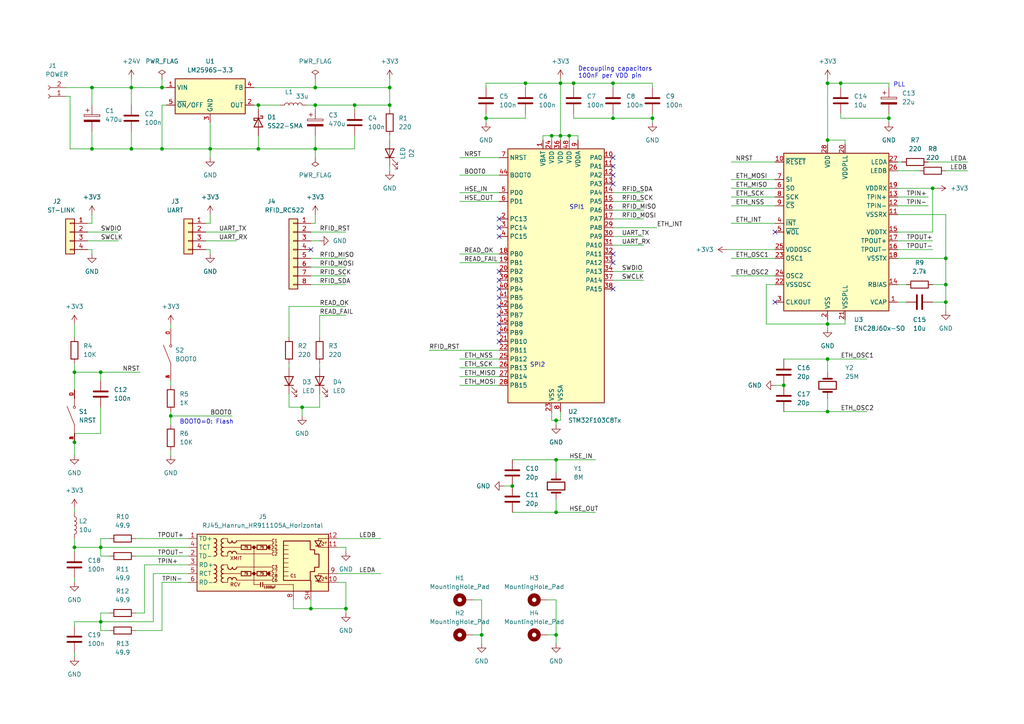
<source format=kicad_sch>
(kicad_sch (version 20230121) (generator eeschema)
  (paper "A4")
  (title_block (title "Ethernet RFID Reader ") (date "2024-11-08") (rev "1.0"))
  (lib_symbols
    (symbol "Connector:Conn_01x02_Socket" (pin_names (offset 1.016) hide)
      (property "Reference" "J" (at 0 2.54 0))
      (property "Value" "Conn_01x02_Socket" (at 0 -5.08 0))
      (symbol "Conn_01x02_Socket_1_1"
        (pin passive line (at -5.08 0 0) (length 3.81) (name "Pin_1") (number "1"))
        (pin passive line (at -5.08 -2.54 0) (length 3.81) (name "Pin_2") (number "2"))
      )
    )
    (symbol "Connector:RJ45_Hanrun_HR911105A_Horizontal"
      (property "Reference" "J" (at 18.415 10.16 0))
      (property "Value" "RJ45_Hanrun_HR911105A_Horizontal" (at -19.05 10.16 0))
      (symbol "RJ45_Hanrun_HR911105A_Horizontal_0_0"
        (text "C1" (at 4.699 6.985 0) (effects (font (size 0.889 0.889))))
        (text "C1" (at 10.16 -3.175 0) (effects (font (size 0.889 0.889))))
        (text "C2" (at 4.699 3.175 0) (effects (font (size 0.889 0.889))))
        (text "C3" (at 4.699 -0.635 0) (effects (font (size 0.889 0.889))))
        (text "C4" (at 4.699 5.715 0) (effects (font (size 0.889 0.889))))
        (text "C5" (at 4.699 4.445 0) (effects (font (size 0.889 0.889))))
        (text "C6" (at 4.699 -4.445 0) (effects (font (size 0.889 0.889))))
        (text "C7" (at 4.699 -1.905 0) (effects (font (size 0.889 0.889))))
        (text "C8" (at 4.699 -3.175 0) (effects (font (size 0.889 0.889))))
        (text "RCV" (at -8.255 -5.715 0) (effects (font (size 1.016 1.016)) (justify left)))
        (text "XMIT" (at -8.255 1.905 0) (effects (font (size 1.016 1.016)) (justify left)))
      )
      (symbol "RJ45_Hanrun_HR911105A_Horizontal_1_0"
        (text "1000pF" (at 3.302 -6.477 0) (effects (font (size 0.635 0.635))))
      )
      (symbol "RJ45_Hanrun_HR911105A_Horizontal_1_1"
        (text "75" (at -3.556 -2.54 0) (effects (font (size 0.635 0.635))))
        (text "75" (at -3.556 5.08 0) (effects (font (size 0.635 0.635))))
        (text "75" (at 1.016 -2.54 0) (effects (font (size 0.635 0.635))))
        (text "75" (at 1.016 5.08 0) (effects (font (size 0.635 0.635))))
        (text "G" (at 19.685 -3.81 0) (effects (font (size 0.635 0.635))))
        (text "Y" (at 19.558 6.35 0) (effects (font (size 0.635 0.635))))
        (pin passive line (at -20.32 7.62 0) (length 2.54) (name "TD+") (number "1"))
        (pin passive line (at 22.86 -5.08 180) (length 2.54) (name "") (number "10"))
        (pin passive line (at 22.86 5.08 180) (length 2.54) (name "") (number "11"))
        (pin passive line (at 22.86 7.62 180) (length 2.54) (name "") (number "12"))
        (pin passive line (at -20.32 2.54 0) (length 2.54) (name "TD-") (number "2"))
        (pin passive line (at -20.32 0 0) (length 2.54) (name "RD+") (number "3"))
        (pin passive line (at -20.32 5.08 0) (length 2.54) (name "TCT") (number "4"))
        (pin passive line (at -20.32 -2.54 0) (length 2.54) (name "RCT") (number "5"))
        (pin passive line (at -20.32 -5.08 0) (length 2.54) (name "RD-") (number "6"))
        (pin no_connect line (at 20.32 0 0) (length 0) hide (name "NC") (number "7"))
        (pin power_in line (at 10.16 -10.16 90) (length 2.54) (name "") (number "8"))
        (pin passive line (at 22.86 -2.54 180) (length 2.54) (name "") (number "9"))
        (pin passive line (at 15.24 -10.16 90) (length 2.54) (name "") (number "SH"))
      )
    )
    (symbol "Connector_Generic:Conn_01x04" (pin_names (offset 1.016) hide)
      (property "Reference" "J" (at 0 5.08 0))
      (property "Value" "Conn_01x04" (at 0 -7.62 0))
      (symbol "Conn_01x04_1_1"
        (pin passive line (at -5.08 2.54 0) (length 3.81) (name "Pin_1") (number "1"))
        (pin passive line (at -5.08 0 0) (length 3.81) (name "Pin_2") (number "2"))
        (pin passive line (at -5.08 -2.54 0) (length 3.81) (name "Pin_3") (number "3"))
        (pin passive line (at -5.08 -5.08 0) (length 3.81) (name "Pin_4") (number "4"))
      )
    )
    (symbol "Connector_Generic:Conn_01x08" (pin_names (offset 1.016) hide)
      (property "Reference" "J" (at 0 10.16 0))
      (property "Value" "Conn_01x08" (at 0 -12.7 0))
      (symbol "Conn_01x08_1_1"
        (pin passive line (at -5.08 7.62 0) (length 3.81) (name "Pin_1") (number "1"))
        (pin passive line (at -5.08 5.08 0) (length 3.81) (name "Pin_2") (number "2"))
        (pin passive line (at -5.08 2.54 0) (length 3.81) (name "Pin_3") (number "3"))
        (pin passive line (at -5.08 0 0) (length 3.81) (name "Pin_4") (number "4"))
        (pin passive line (at -5.08 -2.54 0) (length 3.81) (name "Pin_5") (number "5"))
        (pin passive line (at -5.08 -5.08 0) (length 3.81) (name "Pin_6") (number "6"))
        (pin passive line (at -5.08 -7.62 0) (length 3.81) (name "Pin_7") (number "7"))
        (pin passive line (at -5.08 -10.16 0) (length 3.81) (name "Pin_8") (number "8"))
      )
    )
    (symbol "Device:C" (pin_numbers hide) (pin_names (offset 0.254))
      (property "Reference" "C" (at 0.635 2.54 0))
      (property "Value" "C" (at 0.635 -2.54 0))
      (symbol "C_1_1"
        (pin passive line (at 0 3.81 270) (length 2.794) (name "~") (number "1"))
        (pin passive line (at 0 -3.81 90) (length 2.794) (name "~") (number "2"))
      )
    )
    (symbol "Device:C_Polarized" (pin_numbers hide) (pin_names (offset 0.254))
      (property "Reference" "C" (at 0.635 2.54 0))
      (property "Value" "C_Polarized" (at 0.635 -2.54 0))
      (symbol "C_Polarized_1_1"
        (pin passive line (at 0 3.81 270) (length 2.794) (name "~") (number "1"))
        (pin passive line (at 0 -3.81 90) (length 2.794) (name "~") (number "2"))
      )
    )
    (symbol "Device:Crystal" (pin_numbers hide) (pin_names (offset 1.016) hide)
      (property "Reference" "Y" (at 0 3.81 0))
      (property "Value" "Crystal" (at 0 -3.81 0))
      (symbol "Crystal_1_1"
        (pin passive line (at -3.81 0 0) (length 1.27) (name "1") (number "1"))
        (pin passive line (at 3.81 0 180) (length 1.27) (name "2") (number "2"))
      )
    )
    (symbol "Device:L" (pin_numbers hide) (pin_names (offset 1.016) hide)
      (property "Reference" "L" (at -1.27 0 90))
      (property "Value" "L" (at 1.905 0 90))
      (symbol "L_1_1"
        (pin passive line (at 0 3.81 270) (length 1.27) (name "1") (number "1"))
        (pin passive line (at 0 -3.81 90) (length 1.27) (name "2") (number "2"))
      )
    )
    (symbol "Device:LED" (pin_numbers hide) (pin_names (offset 1.016) hide)
      (property "Reference" "D" (at 0 2.54 0))
      (property "Value" "LED" (at 0 -2.54 0))
      (symbol "LED_1_1"
        (pin passive line (at -3.81 0 0) (length 2.54) (name "K") (number "1"))
        (pin passive line (at 3.81 0 180) (length 2.54) (name "A") (number "2"))
      )
    )
    (symbol "Device:R" (pin_numbers hide) (pin_names (offset 0))
      (property "Reference" "R" (at 2.032 0 90))
      (property "Value" "R" (at 0 0 90))
      (symbol "R_1_1"
        (pin passive line (at 0 3.81 270) (length 1.27) (name "~") (number "1"))
        (pin passive line (at 0 -3.81 90) (length 1.27) (name "~") (number "2"))
      )
    )
    (symbol "Diode:SS22" (pin_numbers hide) (pin_names (offset 1.016) hide)
      (property "Reference" "D" (at 0 2.54 0))
      (property "Value" "SS22" (at 0 -2.54 0))
      (symbol "SS22_1_1"
        (pin passive line (at -3.81 0 0) (length 2.54) (name "K") (number "1"))
        (pin passive line (at 3.81 0 180) (length 2.54) (name "A") (number "2"))
      )
    )
    (symbol "Interface_Ethernet:ENC28J60x-SO"
      (property "Reference" "U" (at -13.97 24.13 0))
      (property "Value" "ENC28J60x-SO" (at 5.08 24.13 0))
      (symbol "ENC28J60x-SO_1_1"
        (pin input line (at 17.78 -20.32 180) (length 2.54) (name "VCAP") (number "1"))
        (pin input line (at -17.78 20.32 0) (length 2.54) (name "~{RESET}") (number "10"))
        (pin power_in line (at 17.78 5.08 180) (length 2.54) (name "VSSRX") (number "11"))
        (pin input line (at 17.78 7.62 180) (length 2.54) (name "TPIN-") (number "12"))
        (pin input line (at 17.78 10.16 180) (length 2.54) (name "TPIN+") (number "13"))
        (pin input line (at 17.78 -15.24 180) (length 2.54) (name "RBIAS") (number "14"))
        (pin power_in line (at 17.78 0 180) (length 2.54) (name "VDDTX") (number "15"))
        (pin output line (at 17.78 -5.08 180) (length 2.54) (name "TPOUT-") (number "16"))
        (pin output line (at 17.78 -2.54 180) (length 2.54) (name "TPOUT+") (number "17"))
        (pin power_in line (at 17.78 -7.62 180) (length 2.54) (name "VSSTX") (number "18"))
        (pin power_in line (at 17.78 12.7 180) (length 2.54) (name "VDDRX") (number "19"))
        (pin power_in line (at -2.54 -25.4 90) (length 2.54) (name "VSS") (number "2"))
        (pin power_in line (at 2.54 25.4 270) (length 2.54) (name "VDDPLL") (number "20"))
        (pin power_in line (at 2.54 -25.4 90) (length 2.54) (name "VSSPLL") (number "21"))
        (pin power_in line (at -17.78 -15.24 0) (length 2.54) (name "VSSOSC") (number "22"))
        (pin input line (at -17.78 -7.62 0) (length 2.54) (name "OSC1") (number "23"))
        (pin input line (at -17.78 -12.7 0) (length 2.54) (name "OSC2") (number "24"))
        (pin power_in line (at -17.78 -5.08 0) (length 2.54) (name "VDDOSC") (number "25"))
        (pin output line (at 17.78 17.78 180) (length 2.54) (name "LEDB") (number "26"))
        (pin output line (at 17.78 20.32 180) (length 2.54) (name "LEDA") (number "27"))
        (pin power_in line (at -2.54 25.4 270) (length 2.54) (name "VDD") (number "28"))
        (pin output line (at -17.78 -20.32 0) (length 2.54) (name "CLKOUT") (number "3"))
        (pin output line (at -17.78 2.54 0) (length 2.54) (name "~{INT}") (number "4"))
        (pin output line (at -17.78 0 0) (length 2.54) (name "~{WOL}") (number "5"))
        (pin output line (at -17.78 12.7 0) (length 2.54) (name "SO") (number "6"))
        (pin input line (at -17.78 15.24 0) (length 2.54) (name "SI") (number "7"))
        (pin input line (at -17.78 10.16 0) (length 2.54) (name "SCK") (number "8"))
        (pin input line (at -17.78 7.62 0) (length 2.54) (name "~{CS}") (number "9"))
      )
    )
    (symbol "MCU_ST_STM32F1:STM32F103C8Tx"
      (property "Reference" "U" (at -12.7 39.37 0))
      (property "Value" "STM32F103C8Tx" (at 10.16 39.37 0))
      (symbol "STM32F103C8Tx_1_1"
        (pin power_in line (at -2.54 40.64 270) (length 2.54) (name "VBAT") (number "1"))
        (pin bidirectional line (at 17.78 35.56 180) (length 2.54) (name "PA0") (number "10"))
        (pin bidirectional line (at 17.78 33.02 180) (length 2.54) (name "PA1") (number "11"))
        (pin bidirectional line (at 17.78 30.48 180) (length 2.54) (name "PA2") (number "12"))
        (pin bidirectional line (at 17.78 27.94 180) (length 2.54) (name "PA3") (number "13"))
        (pin bidirectional line (at 17.78 25.4 180) (length 2.54) (name "PA4") (number "14"))
        (pin bidirectional line (at 17.78 22.86 180) (length 2.54) (name "PA5") (number "15"))
        (pin bidirectional line (at 17.78 20.32 180) (length 2.54) (name "PA6") (number "16"))
        (pin bidirectional line (at 17.78 17.78 180) (length 2.54) (name "PA7") (number "17"))
        (pin bidirectional line (at -15.24 7.62 0) (length 2.54) (name "PB0") (number "18"))
        (pin bidirectional line (at -15.24 5.08 0) (length 2.54) (name "PB1") (number "19"))
        (pin bidirectional line (at -15.24 17.78 0) (length 2.54) (name "PC13") (number "2"))
        (pin bidirectional line (at -15.24 2.54 0) (length 2.54) (name "PB2") (number "20"))
        (pin bidirectional line (at -15.24 -17.78 0) (length 2.54) (name "PB10") (number "21"))
        (pin bidirectional line (at -15.24 -20.32 0) (length 2.54) (name "PB11") (number "22"))
        (pin power_in line (at 0 -38.1 90) (length 2.54) (name "VSS") (number "23"))
        (pin power_in line (at 0 40.64 270) (length 2.54) (name "VDD") (number "24"))
        (pin bidirectional line (at -15.24 -22.86 0) (length 2.54) (name "PB12") (number "25"))
        (pin bidirectional line (at -15.24 -25.4 0) (length 2.54) (name "PB13") (number "26"))
        (pin bidirectional line (at -15.24 -27.94 0) (length 2.54) (name "PB14") (number "27"))
        (pin bidirectional line (at -15.24 -30.48 0) (length 2.54) (name "PB15") (number "28"))
        (pin bidirectional line (at 17.78 15.24 180) (length 2.54) (name "PA8") (number "29"))
        (pin bidirectional line (at -15.24 15.24 0) (length 2.54) (name "PC14") (number "3"))
        (pin bidirectional line (at 17.78 12.7 180) (length 2.54) (name "PA9") (number "30"))
        (pin bidirectional line (at 17.78 10.16 180) (length 2.54) (name "PA10") (number "31"))
        (pin bidirectional line (at 17.78 7.62 180) (length 2.54) (name "PA11") (number "32"))
        (pin bidirectional line (at 17.78 5.08 180) (length 2.54) (name "PA12") (number "33"))
        (pin bidirectional line (at 17.78 2.54 180) (length 2.54) (name "PA13") (number "34"))
        (pin passive line (at 0 -38.1 90) (length 2.54) hide (name "VSS") (number "35"))
        (pin power_in line (at 2.54 40.64 270) (length 2.54) (name "VDD") (number "36"))
        (pin bidirectional line (at 17.78 0 180) (length 2.54) (name "PA14") (number "37"))
        (pin bidirectional line (at 17.78 -2.54 180) (length 2.54) (name "PA15") (number "38"))
        (pin bidirectional line (at -15.24 0 0) (length 2.54) (name "PB3") (number "39"))
        (pin bidirectional line (at -15.24 12.7 0) (length 2.54) (name "PC15") (number "4"))
        (pin bidirectional line (at -15.24 -2.54 0) (length 2.54) (name "PB4") (number "40"))
        (pin bidirectional line (at -15.24 -5.08 0) (length 2.54) (name "PB5") (number "41"))
        (pin bidirectional line (at -15.24 -7.62 0) (length 2.54) (name "PB6") (number "42"))
        (pin bidirectional line (at -15.24 -10.16 0) (length 2.54) (name "PB7") (number "43"))
        (pin input line (at -15.24 30.48 0) (length 2.54) (name "BOOT0") (number "44"))
        (pin bidirectional line (at -15.24 -12.7 0) (length 2.54) (name "PB8") (number "45"))
        (pin bidirectional line (at -15.24 -15.24 0) (length 2.54) (name "PB9") (number "46"))
        (pin passive line (at 0 -38.1 90) (length 2.54) hide (name "VSS") (number "47"))
        (pin power_in line (at 5.08 40.64 270) (length 2.54) (name "VDD") (number "48"))
        (pin bidirectional line (at -15.24 25.4 0) (length 2.54) (name "PD0") (number "5"))
        (pin bidirectional line (at -15.24 22.86 0) (length 2.54) (name "PD1") (number "6"))
        (pin input line (at -15.24 35.56 0) (length 2.54) (name "NRST") (number "7"))
        (pin power_in line (at 2.54 -38.1 90) (length 2.54) (name "VSSA") (number "8"))
        (pin power_in line (at 7.62 40.64 270) (length 2.54) (name "VDDA") (number "9"))
      )
    )
    (symbol "Mechanical:MountingHole_Pad" (pin_numbers hide) (pin_names (offset 1.016) hide)
      (property "Reference" "H" (at 0 6.35 0))
      (property "Value" "MountingHole_Pad" (at 0 4.445 0))
      (symbol "MountingHole_Pad_1_1"
        (pin input line (at 0 -2.54 90) (length 2.54) (name "1") (number "1"))
      )
    )
    (symbol "Regulator_Switching:LM2596S-3.3"
      (property "Reference" "U" (at -10.16 6.35 0))
      (property "Value" "LM2596S-3.3" (at 0 6.35 0))
      (symbol "LM2596S-3.3_1_1"
        (pin power_in line (at -12.7 2.54 0) (length 2.54) (name "VIN") (number "1"))
        (pin output line (at 12.7 -2.54 180) (length 2.54) (name "OUT") (number "2"))
        (pin power_in line (at 0 -7.62 90) (length 2.54) (name "GND") (number "3"))
        (pin input line (at 12.7 2.54 180) (length 2.54) (name "FB") (number "4"))
        (pin input line (at -12.7 -2.54 0) (length 2.54) (name "~{ON}/OFF") (number "5"))
      )
    )
    (symbol "SW_TS-1187A-B-A-B:TS-1187A-B-A-B" (pin_names (offset 1.016))
      (property "Reference" "S" (at -2.54 2.54 0))
      (property "Value" "TS-1187A-B-A-B" (at -2.54 -2.54 0))
      (symbol "TS-1187A-B-A-B_0_0"
        (pin passive line (at -7.62 0 0) (length 2.54) (name "~") (number "A"))
        (pin passive line (at -7.62 0 0) (length 2.54) (name "~") (number "B"))
        (pin passive line (at 7.62 0 180) (length 2.54) (name "~") (number "C"))
        (pin passive line (at 7.62 0 180) (length 2.54) (name "~") (number "D"))
      )
    )
    (symbol "power:+24V" (power) (pin_names (offset 0))
      (property "Value" "+24V" (at 0 3.556 0))
      (symbol "+24V_1_1"
        (pin power_in line (at 0 0 90) (length 0) hide (name "+24V") (number "1"))
      )
    )
    (symbol "power:+3V3" (power) (pin_names (offset 0))
      (property "Value" "+3V3" (at 0 3.556 0))
      (symbol "+3V3_1_1"
        (pin power_in line (at 0 0 90) (length 0) hide (name "+3V3") (number "1"))
      )
    )
    (symbol "power:GND" (power) (pin_names (offset 0))
      (property "Value" "GND" (at 0 -3.81 0))
      (symbol "GND_1_1"
        (pin power_in line (at 0 0 270) (length 0) hide (name "GND") (number "1"))
      )
    )
    (symbol "power:PWR_FLAG" (power) (pin_numbers hide) (pin_names (offset 0) hide)
      (property "Value" "PWR_FLAG" (at 0 3.81 0))
      (symbol "PWR_FLAG_0_0"
        (pin power_out line (at 0 0 90) (length 0) (name "pwr") (number "1"))
      )
    )
  )
  (junction (at 38.1 25.4))
  (junction (at 91.44 30.48))
  (junction (at 91.44 43.18))
  (junction (at 91.44 25.4))
  (junction (at 139.7 184.15))
  (junction (at 270.51 54.61))
  (junction (at 240.03 24.13))
  (junction (at 240.03 104.14))
  (junction (at 274.32 82.55))
  (junction (at 29.21 158.75))
  (junction (at 113.03 25.4))
  (junction (at 162.56 39.37))
  (junction (at 38.1 43.18))
  (junction (at 161.29 184.15))
  (junction (at 21.59 158.75))
  (junction (at 243.84 24.13))
  (junction (at 162.56 24.13))
  (junction (at 165.1 39.37))
  (junction (at 152.4 24.13))
  (junction (at 87.63 118.11))
  (junction (at 90.17 176.53))
  (junction (at 148.59 140.97))
  (junction (at 240.03 93.98))
  (junction (at 113.03 30.48))
  (junction (at 227.33 111.76))
  (junction (at 177.8 34.29))
  (junction (at 102.87 30.48))
  (junction (at 74.93 30.48))
  (junction (at 257.81 34.29))
  (junction (at 21.59 128.27))
  (junction (at 177.8 24.13))
  (junction (at 240.03 40.64))
  (junction (at 100.33 176.53))
  (junction (at 29.21 180.34))
  (junction (at 274.32 87.63))
  (junction (at 60.96 43.18))
  (junction (at 21.59 107.95))
  (junction (at 166.37 24.13))
  (junction (at 46.99 43.18))
  (junction (at 240.03 119.38))
  (junction (at 161.29 133.35))
  (junction (at 29.21 107.95))
  (junction (at 26.67 43.18))
  (junction (at 160.02 39.37))
  (junction (at 161.29 121.92))
  (junction (at 274.32 74.93))
  (junction (at 189.23 34.29))
  (junction (at 46.99 25.4))
  (junction (at 74.93 43.18))
  (junction (at 26.67 25.4))
  (junction (at 49.53 120.65))
  (junction (at 161.29 148.59))
  (junction (at 140.97 34.29))
  (no_connect (at 177.8 48.26))
  (no_connect (at 224.79 67.31))
  (no_connect (at 144.78 78.74))
  (no_connect (at 144.78 93.98))
  (no_connect (at 144.78 81.28))
  (no_connect (at 144.78 83.82))
  (no_connect (at 90.17 72.39))
  (no_connect (at 224.79 87.63))
  (no_connect (at 177.8 73.66))
  (no_connect (at 144.78 63.5))
  (no_connect (at 177.8 50.8))
  (no_connect (at 144.78 68.58))
  (no_connect (at 177.8 76.2))
  (no_connect (at 144.78 96.52))
  (no_connect (at 144.78 88.9))
  (no_connect (at 144.78 86.36))
  (no_connect (at 144.78 91.44))
  (no_connect (at 177.8 53.34))
  (no_connect (at 177.8 83.82))
  (no_connect (at 177.8 45.72))
  (no_connect (at 144.78 99.06))
  (no_connect (at 144.78 66.04))
  (wire (pts (xy 29.21 156.21) (xy 31.75 156.21)))
  (wire (pts (xy 157.48 39.37) (xy 157.48 40.64)))
  (wire (pts (xy 260.35 67.31) (xy 270.51 67.31)))
  (wire (pts (xy 90.17 67.31) (xy 100.33 67.31)))
  (wire (pts (xy 162.56 24.13) (xy 162.56 39.37)))
  (wire (pts (xy 19.05 25.4) (xy 26.67 25.4)))
  (wire (pts (xy 54.61 168.91) (xy 46.99 168.91)))
  (wire (pts (xy 160.02 39.37) (xy 160.02 40.64)))
  (wire (pts (xy 87.63 118.11) (xy 92.71 118.11)))
  (wire (pts (xy 269.24 46.99) (xy 280.67 46.99)))
  (wire (pts (xy 39.37 156.21) (xy 54.61 156.21)))
  (wire (pts (xy 97.79 156.21) (xy 110.49 156.21)))
  (wire (pts (xy 227.33 119.38) (xy 240.03 119.38)))
  (wire (pts (xy 212.09 80.01) (xy 224.79 80.01)))
  (wire (pts (xy 38.1 22.86) (xy 38.1 25.4)))
  (wire (pts (xy 274.32 49.53) (xy 280.67 49.53)))
  (wire (pts (xy 177.8 24.13) (xy 189.23 24.13)))
  (wire (pts (xy 54.61 166.37) (xy 44.45 166.37)))
  (wire (pts (xy 59.69 67.31) (xy 68.58 67.31)))
  (wire (pts (xy 21.59 147.32) (xy 21.59 148.59)))
  (wire (pts (xy 87.63 118.11) (xy 83.82 118.11)))
  (wire (pts (xy 21.59 113.03) (xy 21.59 107.95)))
  (wire (pts (xy 26.67 38.1) (xy 26.67 43.18)))
  (wire (pts (xy 60.96 73.66) (xy 60.96 72.39)))
  (wire (pts (xy 240.03 24.13) (xy 243.84 24.13)))
  (wire (pts (xy 29.21 158.75) (xy 29.21 156.21)))
  (wire (pts (xy 41.91 163.83) (xy 41.91 177.8)))
  (wire (pts (xy 166.37 34.29) (xy 166.37 33.02)))
  (wire (pts (xy 60.96 43.18) (xy 60.96 45.72)))
  (wire (pts (xy 60.96 43.18) (xy 74.93 43.18)))
  (wire (pts (xy 243.84 34.29) (xy 257.81 34.29)))
  (wire (pts (xy 133.35 104.14) (xy 144.78 104.14)))
  (wire (pts (xy 60.96 35.56) (xy 60.96 43.18)))
  (wire (pts (xy 189.23 34.29) (xy 189.23 35.56)))
  (wire (pts (xy 274.32 74.93) (xy 274.32 82.55)))
  (wire (pts (xy 162.56 39.37) (xy 160.02 39.37)))
  (wire (pts (xy 29.21 107.95) (xy 40.64 107.95)))
  (wire (pts (xy 29.21 125.73) (xy 21.59 125.73)))
  (wire (pts (xy 26.67 25.4) (xy 38.1 25.4)))
  (wire (pts (xy 29.21 118.11) (xy 29.21 125.73)))
  (wire (pts (xy 133.35 76.2) (xy 144.78 76.2)))
  (wire (pts (xy 73.66 30.48) (xy 74.93 30.48)))
  (wire (pts (xy 90.17 176.53) (xy 100.33 176.53)))
  (wire (pts (xy 274.32 62.23) (xy 274.32 74.93)))
  (wire (pts (xy 21.59 156.21) (xy 21.59 158.75)))
  (wire (pts (xy 167.64 39.37) (xy 167.64 40.64)))
  (wire (pts (xy 260.35 54.61) (xy 270.51 54.61)))
  (wire (pts (xy 90.17 64.77) (xy 91.44 64.77)))
  (wire (pts (xy 257.81 25.4) (xy 257.81 24.13)))
  (wire (pts (xy 31.75 182.88) (xy 29.21 182.88)))
  (wire (pts (xy 260.35 62.23) (xy 274.32 62.23)))
  (wire (pts (xy 38.1 38.1) (xy 38.1 43.18)))
  (wire (pts (xy 161.29 148.59) (xy 172.72 148.59)))
  (wire (pts (xy 46.99 25.4) (xy 48.26 25.4)))
  (wire (pts (xy 49.53 120.65) (xy 49.53 123.19)))
  (wire (pts (xy 60.96 72.39) (xy 59.69 72.39)))
  (wire (pts (xy 100.33 158.75) (xy 97.79 158.75)))
  (wire (pts (xy 48.26 30.48) (xy 46.99 30.48)))
  (wire (pts (xy 100.33 168.91) (xy 97.79 168.91)))
  (wire (pts (xy 137.16 173.99) (xy 139.7 173.99)))
  (wire (pts (xy 140.97 34.29) (xy 140.97 35.56)))
  (wire (pts (xy 212.09 54.61) (xy 224.79 54.61)))
  (wire (pts (xy 46.99 182.88) (xy 39.37 182.88)))
  (wire (pts (xy 19.05 27.94) (xy 20.32 27.94)))
  (wire (pts (xy 26.67 62.23) (xy 26.67 64.77)))
  (wire (pts (xy 260.35 57.15) (xy 269.24 57.15)))
  (wire (pts (xy 91.44 25.4) (xy 113.03 25.4)))
  (wire (pts (xy 31.75 177.8) (xy 29.21 177.8)))
  (wire (pts (xy 54.61 163.83) (xy 41.91 163.83)))
  (wire (pts (xy 227.33 104.14) (xy 240.03 104.14)))
  (wire (pts (xy 162.56 39.37) (xy 162.56 40.64)))
  (wire (pts (xy 137.16 184.15) (xy 139.7 184.15)))
  (wire (pts (xy 29.21 180.34) (xy 44.45 180.34)))
  (wire (pts (xy 91.44 43.18) (xy 102.87 43.18)))
  (wire (pts (xy 90.17 173.99) (xy 90.17 176.53)))
  (wire (pts (xy 25.4 69.85) (xy 34.29 69.85)))
  (wire (pts (xy 245.11 93.98) (xy 240.03 93.98)))
  (wire (pts (xy 85.09 176.53) (xy 90.17 176.53)))
  (wire (pts (xy 161.29 121.92) (xy 160.02 121.92)))
  (wire (pts (xy 260.35 59.69) (xy 269.24 59.69)))
  (wire (pts (xy 133.35 55.88) (xy 144.78 55.88)))
  (wire (pts (xy 240.03 40.64) (xy 240.03 41.91)))
  (wire (pts (xy 189.23 24.13) (xy 189.23 25.4)))
  (wire (pts (xy 257.81 34.29) (xy 257.81 33.02)))
  (wire (pts (xy 26.67 43.18) (xy 20.32 43.18)))
  (wire (pts (xy 161.29 133.35) (xy 161.29 137.16)))
  (wire (pts (xy 162.56 24.13) (xy 166.37 24.13)))
  (wire (pts (xy 274.32 87.63) (xy 270.51 87.63)))
  (wire (pts (xy 212.09 46.99) (xy 224.79 46.99)))
  (wire (pts (xy 113.03 22.86) (xy 113.03 25.4)))
  (wire (pts (xy 26.67 73.66) (xy 26.67 72.39)))
  (wire (pts (xy 177.8 55.88) (xy 186.69 55.88)))
  (wire (pts (xy 140.97 34.29) (xy 140.97 33.02)))
  (wire (pts (xy 257.81 34.29) (xy 257.81 35.56)))
  (wire (pts (xy 270.51 67.31) (xy 270.51 54.61)))
  (wire (pts (xy 240.03 119.38) (xy 240.03 115.57)))
  (wire (pts (xy 90.17 74.93) (xy 100.33 74.93)))
  (wire (pts (xy 90.17 82.55) (xy 100.33 82.55)))
  (wire (pts (xy 44.45 166.37) (xy 44.45 180.34)))
  (wire (pts (xy 49.53 120.65) (xy 67.31 120.65)))
  (wire (pts (xy 26.67 25.4) (xy 26.67 30.48)))
  (wire (pts (xy 83.82 88.9) (xy 100.33 88.9)))
  (wire (pts (xy 260.35 69.85) (xy 270.51 69.85)))
  (wire (pts (xy 139.7 173.99) (xy 139.7 184.15)))
  (wire (pts (xy 148.59 133.35) (xy 161.29 133.35)))
  (wire (pts (xy 29.21 107.95) (xy 29.21 110.49)))
  (wire (pts (xy 177.8 66.04) (xy 190.5 66.04)))
  (wire (pts (xy 92.71 91.44) (xy 100.33 91.44)))
  (wire (pts (xy 49.53 130.81) (xy 49.53 132.08)))
  (wire (pts (xy 29.21 158.75) (xy 29.21 161.29)))
  (wire (pts (xy 260.35 72.39) (xy 270.51 72.39)))
  (wire (pts (xy 161.29 173.99) (xy 161.29 184.15)))
  (wire (pts (xy 243.84 33.02) (xy 243.84 34.29)))
  (wire (pts (xy 102.87 30.48) (xy 113.03 30.48)))
  (wire (pts (xy 21.59 158.75) (xy 29.21 158.75)))
  (wire (pts (xy 46.99 43.18) (xy 60.96 43.18)))
  (wire (pts (xy 160.02 39.37) (xy 157.48 39.37)))
  (wire (pts (xy 26.67 43.18) (xy 38.1 43.18)))
  (wire (pts (xy 222.25 93.98) (xy 240.03 93.98)))
  (wire (pts (xy 21.59 128.27) (xy 21.59 132.08)))
  (wire (pts (xy 177.8 63.5) (xy 186.69 63.5)))
  (wire (pts (xy 260.35 82.55) (xy 262.89 82.55)))
  (wire (pts (xy 21.59 167.64) (xy 21.59 168.91)))
  (wire (pts (xy 212.09 74.93) (xy 224.79 74.93)))
  (wire (pts (xy 161.29 121.92) (xy 162.56 121.92)))
  (wire (pts (xy 21.59 93.98) (xy 21.59 97.79)))
  (wire (pts (xy 113.03 39.37) (xy 113.03 40.64)))
  (wire (pts (xy 133.35 45.72) (xy 144.78 45.72)))
  (wire (pts (xy 54.61 158.75) (xy 29.21 158.75)))
  (wire (pts (xy 240.03 92.71) (xy 240.03 93.98)))
  (wire (pts (xy 60.96 64.77) (xy 59.69 64.77)))
  (wire (pts (xy 212.09 59.69) (xy 224.79 59.69)))
  (wire (pts (xy 243.84 25.4) (xy 243.84 24.13)))
  (wire (pts (xy 46.99 30.48) (xy 46.99 43.18)))
  (wire (pts (xy 177.8 68.58) (xy 186.69 68.58)))
  (wire (pts (xy 74.93 30.48) (xy 81.28 30.48)))
  (wire (pts (xy 152.4 34.29) (xy 140.97 34.29)))
  (wire (pts (xy 212.09 64.77) (xy 224.79 64.77)))
  (wire (pts (xy 91.44 22.86) (xy 91.44 25.4)))
  (wire (pts (xy 240.03 24.13) (xy 240.03 40.64)))
  (wire (pts (xy 162.56 121.92) (xy 162.56 119.38)))
  (wire (pts (xy 90.17 77.47) (xy 100.33 77.47)))
  (wire (pts (xy 91.44 39.37) (xy 91.44 43.18)))
  (wire (pts (xy 29.21 177.8) (xy 29.21 180.34)))
  (wire (pts (xy 133.35 111.76) (xy 144.78 111.76)))
  (wire (pts (xy 260.35 74.93) (xy 274.32 74.93)))
  (wire (pts (xy 21.59 189.23) (xy 21.59 190.5)))
  (wire (pts (xy 161.29 123.19) (xy 161.29 121.92)))
  (wire (pts (xy 83.82 118.11) (xy 83.82 114.3)))
  (wire (pts (xy 140.97 24.13) (xy 152.4 24.13)))
  (wire (pts (xy 146.05 140.97) (xy 148.59 140.97)))
  (wire (pts (xy 139.7 184.15) (xy 139.7 186.69)))
  (wire (pts (xy 212.09 57.15) (xy 224.79 57.15)))
  (wire (pts (xy 26.67 72.39) (xy 25.4 72.39)))
  (wire (pts (xy 100.33 160.02) (xy 100.33 158.75)))
  (wire (pts (xy 260.35 87.63) (xy 262.89 87.63)))
  (wire (pts (xy 85.09 173.99) (xy 85.09 176.53)))
  (wire (pts (xy 26.67 64.77) (xy 25.4 64.77)))
  (wire (pts (xy 140.97 25.4) (xy 140.97 24.13)))
  (wire (pts (xy 161.29 184.15) (xy 161.29 186.69)))
  (wire (pts (xy 113.03 30.48) (xy 113.03 31.75)))
  (wire (pts (xy 92.71 114.3) (xy 92.71 118.11)))
  (wire (pts (xy 74.93 30.48) (xy 74.93 31.75)))
  (wire (pts (xy 162.56 22.86) (xy 162.56 24.13)))
  (wire (pts (xy 165.1 39.37) (xy 162.56 39.37)))
  (wire (pts (xy 240.03 93.98) (xy 240.03 95.25)))
  (wire (pts (xy 46.99 22.86) (xy 46.99 25.4)))
  (wire (pts (xy 158.75 173.99) (xy 161.29 173.99)))
  (wire (pts (xy 177.8 25.4) (xy 177.8 24.13)))
  (wire (pts (xy 124.46 101.6) (xy 144.78 101.6)))
  (wire (pts (xy 31.75 161.29) (xy 29.21 161.29)))
  (wire (pts (xy 74.93 39.37) (xy 74.93 43.18)))
  (wire (pts (xy 21.59 128.27) (xy 21.59 125.73)))
  (wire (pts (xy 91.44 30.48) (xy 102.87 30.48)))
  (wire (pts (xy 39.37 161.29) (xy 54.61 161.29)))
  (wire (pts (xy 20.32 27.94) (xy 20.32 43.18)))
  (wire (pts (xy 29.21 180.34) (xy 29.21 182.88)))
  (wire (pts (xy 38.1 43.18) (xy 46.99 43.18)))
  (wire (pts (xy 133.35 106.68) (xy 144.78 106.68)))
  (wire (pts (xy 74.93 43.18) (xy 91.44 43.18)))
  (wire (pts (xy 274.32 82.55) (xy 270.51 82.55)))
  (wire (pts (xy 158.75 184.15) (xy 161.29 184.15)))
  (wire (pts (xy 148.59 148.59) (xy 161.29 148.59)))
  (wire (pts (xy 41.91 177.8) (xy 39.37 177.8)))
  (wire (pts (xy 133.35 58.42) (xy 144.78 58.42)))
  (wire (pts (xy 245.11 41.91) (xy 245.11 40.64)))
  (wire (pts (xy 91.44 30.48) (xy 91.44 31.75)))
  (wire (pts (xy 161.29 133.35) (xy 172.72 133.35)))
  (wire (pts (xy 160.02 121.92) (xy 160.02 119.38)))
  (wire (pts (xy 21.59 107.95) (xy 29.21 107.95)))
  (wire (pts (xy 240.03 104.14) (xy 240.03 107.95)))
  (wire (pts (xy 166.37 24.13) (xy 177.8 24.13)))
  (wire (pts (xy 38.1 25.4) (xy 46.99 25.4)))
  (wire (pts (xy 113.03 25.4) (xy 113.03 30.48)))
  (wire (pts (xy 270.51 54.61) (xy 271.78 54.61)))
  (wire (pts (xy 152.4 25.4) (xy 152.4 24.13)))
  (wire (pts (xy 274.32 87.63) (xy 274.32 82.55)))
  (wire (pts (xy 73.66 25.4) (xy 91.44 25.4)))
  (wire (pts (xy 243.84 24.13) (xy 257.81 24.13)))
  (wire (pts (xy 92.71 105.41) (xy 92.71 106.68)))
  (wire (pts (xy 152.4 24.13) (xy 162.56 24.13)))
  (wire (pts (xy 260.35 46.99) (xy 261.62 46.99)))
  (wire (pts (xy 21.59 180.34) (xy 21.59 181.61)))
  (wire (pts (xy 177.8 60.96) (xy 186.69 60.96)))
  (wire (pts (xy 21.59 180.34) (xy 29.21 180.34)))
  (wire (pts (xy 222.25 82.55) (xy 222.25 93.98)))
  (wire (pts (xy 87.63 120.65) (xy 87.63 118.11)))
  (wire (pts (xy 91.44 45.72) (xy 91.44 43.18)))
  (wire (pts (xy 100.33 176.53) (xy 100.33 168.91)))
  (wire (pts (xy 83.82 105.41) (xy 83.82 106.68)))
  (wire (pts (xy 177.8 81.28) (xy 186.69 81.28)))
  (wire (pts (xy 245.11 40.64) (xy 240.03 40.64)))
  (wire (pts (xy 152.4 34.29) (xy 152.4 33.02)))
  (wire (pts (xy 100.33 177.8) (xy 100.33 176.53)))
  (wire (pts (xy 49.53 119.38) (xy 49.53 120.65)))
  (wire (pts (xy 91.44 64.77) (xy 91.44 62.23)))
  (wire (pts (xy 166.37 25.4) (xy 166.37 24.13)))
  (wire (pts (xy 177.8 34.29) (xy 189.23 34.29)))
  (wire (pts (xy 49.53 110.49) (xy 49.53 111.76)))
  (wire (pts (xy 90.17 80.01) (xy 100.33 80.01)))
  (wire (pts (xy 25.4 67.31) (xy 34.29 67.31)))
  (wire (pts (xy 21.59 105.41) (xy 21.59 107.95)))
  (wire (pts (xy 60.96 62.23) (xy 60.96 64.77)))
  (wire (pts (xy 224.79 111.76) (xy 227.33 111.76)))
  (wire (pts (xy 90.17 69.85) (xy 92.71 69.85)))
  (wire (pts (xy 113.03 48.26) (xy 113.03 49.53)))
  (wire (pts (xy 240.03 22.86) (xy 240.03 24.13)))
  (wire (pts (xy 260.35 49.53) (xy 266.7 49.53)))
  (wire (pts (xy 133.35 109.22) (xy 144.78 109.22)))
  (wire (pts (xy 177.8 34.29) (xy 177.8 33.02)))
  (wire (pts (xy 189.23 34.29) (xy 189.23 33.02)))
  (wire (pts (xy 161.29 144.78) (xy 161.29 148.59)))
  (wire (pts (xy 102.87 39.37) (xy 102.87 43.18)))
  (wire (pts (xy 177.8 71.12) (xy 186.69 71.12)))
  (wire (pts (xy 133.35 73.66) (xy 144.78 73.66)))
  (wire (pts (xy 92.71 91.44) (xy 92.71 97.79)))
  (wire (pts (xy 88.9 30.48) (xy 91.44 30.48)))
  (wire (pts (xy 177.8 78.74) (xy 186.69 78.74)))
  (wire (pts (xy 222.25 82.55) (xy 224.79 82.55)))
  (wire (pts (xy 177.8 58.42) (xy 186.69 58.42)))
  (wire (pts (xy 245.11 92.71) (xy 245.11 93.98)))
  (wire (pts (xy 49.53 93.98) (xy 49.53 95.25)))
  (wire (pts (xy 38.1 25.4) (xy 38.1 30.48)))
  (wire (pts (xy 83.82 97.79) (xy 83.82 88.9)))
  (wire (pts (xy 102.87 30.48) (xy 102.87 31.75)))
  (wire (pts (xy 212.09 52.07) (xy 224.79 52.07)))
  (wire (pts (xy 46.99 168.91) (xy 46.99 182.88)))
  (wire (pts (xy 165.1 39.37) (xy 167.64 39.37)))
  (wire (pts (xy 240.03 104.14) (xy 251.46 104.14)))
  (wire (pts (xy 166.37 34.29) (xy 177.8 34.29)))
  (wire (pts (xy 97.79 166.37) (xy 110.49 166.37)))
  (wire (pts (xy 21.59 160.02) (xy 21.59 158.75)))
  (wire (pts (xy 274.32 90.17) (xy 274.32 87.63)))
  (wire (pts (xy 59.69 69.85) (xy 68.58 69.85)))
  (wire (pts (xy 133.35 50.8) (xy 144.78 50.8)))
  (wire (pts (xy 165.1 39.37) (xy 165.1 40.64)))
  (wire (pts (xy 240.03 119.38) (xy 251.46 119.38)))
  (wire (pts (xy 210.82 72.39) (xy 224.79 72.39)))
  (text "PLL" (at 259.08 25.4 0) (effects (font (size 1.27 1.27)) (justify left bottom)))
  (text "Decoupling capacitors\n100nF per VDD pin" (at 167.64 22.86 0) (effects (font (size 1.27 1.27)) (justify left bottom)))
  (text "SPI2" (at 153.67 106.68 0) (effects (font (size 1.27 1.27)) (justify left bottom)))
  (text "SPI1" (at 165.1 60.96 0) (effects (font (size 1.27 1.27)) (justify left bottom)))
  (text "BOOT0=0: Flash" (at 52.07 123.19 0) (effects (font (size 1.27 1.27)) (justify left bottom)))
  (label "ETH_OSC1" (at 243.84 104.14 0))
  (label "READ_FAIL" (at 134.62 76.2 0))
  (label "RFID_MISO" (at 92.71 74.93 0))
  (label "LEDA" (at 275.59 46.99 0))
  (label "ETH_NSS" (at 134.62 104.14 0))
  (label "READ_OK" (at 92.71 88.9 0))
  (label "ETH_OSC2" (at 213.36 80.01 0))
  (label "LEDB" (at 104.14 156.21 0))
  (label "RFID_MISO" (at 180.34 60.96 0))
  (label "NRST" (at 213.36 46.99 0))
  (label "NRST" (at 134.62 45.72 0))
  (label "SWCLK" (at 29.21 69.85 0))
  (label "UART_RX" (at 180.34 71.12 0))
  (label "ETH_INT" (at 213.36 64.77 0))
  (label "ETH_MISO" (at 213.36 54.61 0))
  (label "TPIN-" (at 46.99 168.91 0))
  (label "HSE_OUT" (at 165.1 148.59 0))
  (label "TPOUT+" (at 262.89 69.85 0))
  (label "ETH_INT" (at 190.5 66.04 0))
  (label "ETH_MISO" (at 134.62 109.22 0))
  (label "ETH_OSC2" (at 243.84 119.38 0))
  (label "ETH_MOSI" (at 213.36 52.07 0))
  (label "HSE_IN" (at 165.1 133.35 0))
  (label "RFID_SDA" (at 180.34 55.88 0))
  (label "UART_TX" (at 180.34 68.58 0))
  (label "SWCLK" (at 180.34 81.28 0))
  (label "RFID_SCK" (at 92.71 80.01 0))
  (label "TPOUT+" (at 45.72 156.21 0))
  (label "ETH_SCK" (at 134.62 106.68 0))
  (label "RFID_SCK" (at 180.34 58.42 0))
  (label "RFID_MOSI" (at 92.71 77.47 0))
  (label "RFID_RST" (at 124.46 101.6 0))
  (label "RFID_SDA" (at 92.71 82.55 0))
  (label "ETH_OSC1" (at 213.36 74.93 0))
  (label "READ_OK" (at 134.62 73.66 0))
  (label "TPIN-" (at 262.89 59.69 0))
  (label "RFID_RST" (at 92.71 67.31 0))
  (label "SWDIO" (at 29.21 67.31 0))
  (label "UART_TX" (at 63.5 67.31 0))
  (label "HSE_IN" (at 134.62 55.88 0))
  (label "UART_RX" (at 63.5 69.85 0))
  (label "READ_FAIL" (at 92.71 91.44 0))
  (label "BOOT0" (at 134.62 50.8 0))
  (label "ETH_MOSI" (at 134.62 111.76 0))
  (label "ETH_SCK" (at 213.36 57.15 0))
  (label "LEDA" (at 104.14 166.37 0))
  (label "ETH_NSS" (at 213.36 59.69 0))
  (label "TPIN+" (at 45.72 163.83 0))
  (label "LEDB" (at 275.59 49.53 0))
  (label "SWDIO" (at 180.34 78.74 0))
  (label "RFID_MOSI" (at 180.34 63.5 0))
  (label "TPOUT-" (at 262.89 72.39 0))
  (label "TPIN+" (at 262.89 57.15 0))
  (label "BOOT0" (at 60.96 120.65 0))
  (label "NRST" (at 35.56 107.95 0))
  (label "HSE_OUT" (at 134.62 58.42 0))
  (label "TPOUT-" (at 45.72 161.29 0))
  (symbol (lib_id "power:+3V3") (at 21.59 147.32 0) (unit 1)
    (property "Reference" "#PWR031" (effects hide))
    (property "Value" "+3V3" (at 21.59 142.24 0))
  )
  (symbol (lib_id "power:GND") (at 60.96 45.72 0) (unit 1)
    (property "Reference" "#PWR06" (effects hide))
    (property "Value" "GND" (at 60.96 50.8 0))
  )
  (symbol (lib_id "power:GND") (at 26.67 73.66 0) (unit 1)
    (property "Reference" "#PWR012" (effects hide))
    (property "Value" "GND" (at 26.67 78.74 0))
  )
  (symbol (lib_id "power:+3V3") (at 26.67 62.23 0) (unit 1)
    (property "Reference" "#PWR08" (effects hide))
    (property "Value" "+3V3" (at 26.67 57.15 0))
  )
  (symbol (lib_id "power:GND") (at 257.81 35.56 0) (unit 1)
    (property "Reference" "#PWR023" (effects hide))
    (property "Value" "GND" (at 257.81 40.64 0))
  )
  (symbol (lib_id "power:GND") (at 224.79 111.76 270) (unit 1)
    (property "Reference" "#PWR029" (effects hide))
    (property "Value" "GND" (at 220.98 111.76 90) (effects (justify right)))
  )
  (symbol (lib_id "power:GND") (at 140.97 35.56 0) (unit 1)
    (property "Reference" "#PWR04" (effects hide))
    (property "Value" "GND" (at 140.97 40.64 0))
  )
  (symbol (lib_id "power:GND") (at 146.05 140.97 270) (unit 1)
    (property "Reference" "#PWR015" (effects hide))
    (property "Value" "GND" (at 142.24 140.97 90) (effects (justify right)))
  )
  (symbol (lib_id "Device:R") (at 265.43 46.99 90) (unit 1)
    (property "Reference" "R7" (at 265.43 40.64 90))
    (property "Value" "220" (at 265.43 43.18 90))
    (property "Footprint" "Resistor_SMD:R_0805_2012Metric" (effects hide))
  )
  (symbol (lib_id "power:GND") (at 139.7 186.69 0) (unit 1)
    (property "Reference" "#PWR016" (effects hide))
    (property "Value" "GND" (at 139.7 191.77 0))
  )
  (symbol (lib_id "power:GND") (at 189.23 35.56 0) (unit 1)
    (property "Reference" "#PWR05" (effects hide))
    (property "Value" "GND" (at 189.23 40.64 0))
  )
  (symbol (lib_id "Device:R") (at 35.56 161.29 90) (unit 1)
    (property "Reference" "R11" (at 35.56 165.1 90))
    (property "Value" "49.9" (at 35.56 167.64 90))
    (property "Footprint" "Resistor_SMD:R_0805_2012Metric" (effects hide))
  )
  (symbol (lib_id "Device:C_Polarized") (at 91.44 35.56 0) (unit 1)
    (property "Reference" "C3" (at 95.25 33.401 0) (effects (justify left)))
    (property "Value" "470u" (at 95.25 35.941 0) (effects (justify left)))
    (property "Footprint" "Capacitor_SMD:CP_Elec_8x10" (effects hide))
  )
  (symbol (lib_id "power:+3V3") (at 210.82 72.39 90) (unit 1)
    (property "Reference" "#PWR026" (effects hide))
    (property "Value" "+3V3" (at 207.01 72.39 90) (effects (justify left)))
  )
  (symbol (lib_id "power:+3V3") (at 21.59 93.98 0) (unit 1)
    (property "Reference" "#PWR018" (effects hide))
    (property "Value" "+3V3" (at 21.59 88.9 0))
  )
  (symbol (lib_id "Diode:SS22") (at 74.93 35.56 270) (unit 1)
    (property "Reference" "D1" (at 77.47 33.9725 90) (effects (justify left)))
    (property "Value" "SS22-SMA" (at 77.47 36.5125 90) (effects (justify left)))
    (property "Footprint" "Diode_SMD:D_SMA" (effects hide))
    (property "Datasheet" "https://www.vishay.com/docs/88748/ss22.pdf" (effects hide))
  )
  (symbol (lib_id "Device:C_Polarized") (at 26.67 34.29 0) (unit 1)
    (property "Reference" "C1" (at 30.48 32.131 0) (effects (justify left)))
    (property "Value" "470u" (at 30.48 34.671 0) (effects (justify left)))
    (property "Footprint" "Capacitor_SMD:CP_Elec_8x10" (effects hide))
  )
  (symbol (lib_id "power:GND") (at 100.33 177.8 0) (unit 1)
    (property "Reference" "#PWR034" (effects hide))
    (property "Value" "GND" (at 100.33 182.88 0))
  )
  (symbol (lib_id "power:+3V3") (at 60.96 62.23 0) (unit 1)
    (property "Reference" "#PWR09" (effects hide))
    (property "Value" "+3V3" (at 60.96 57.15 0))
  )
  (symbol (lib_id "Interface_Ethernet:ENC28J60x-SO") (at 242.57 67.31 0) (unit 1)
    (property "Reference" "U3" (at 247.65 92.71 0) (effects (justify left)))
    (property "Value" "ENC28J60x-SO" (at 247.65 95.25 0) (effects (justify left)))
    (property "Footprint" "Package_SO:SOIC-28W_7.5x17.9mm_P1.27mm" (effects hide))
    (property "Datasheet" "http://ww1.microchip.com/downloads/en/devicedoc/39662e.pdf" (effects hide))
  )
  (symbol (lib_id "power:+3V3") (at 49.53 93.98 0) (unit 1)
    (property "Reference" "#PWR020" (effects hide))
    (property "Value" "+3V3" (at 49.53 88.9 0))
  )
  (symbol (lib_id "Device:Crystal") (at 161.29 140.97 270) (mirror x) (unit 1)
    (property "Reference" "Y1" (at 166.37 135.89 90) (effects (justify left)))
    (property "Value" "8M" (at 166.37 138.43 90) (effects (justify left)))
    (property "Footprint" "Crystal:Crystal_SMD_HC49-SD" (effects hide))
  )
  (symbol (lib_id "Device:C") (at 148.59 144.78 0) (unit 1)
    (property "Reference" "C11" (at 152.4 143.51 0) (effects (justify left)))
    (property "Value" "20p" (at 152.4 146.05 0) (effects (justify left)))
    (property "Footprint" "Capacitor_SMD:C_0603_1608Metric" (effects hide))
  )
  (symbol (lib_id "Device:C") (at 266.7 87.63 90) (unit 1)
    (property "Reference" "C15" (at 266.7 92.71 90))
    (property "Value" "10u" (at 266.7 95.25 90))
    (property "Footprint" "Capacitor_SMD:C_0603_1608Metric" (effects hide))
  )
  (symbol (lib_id "Device:R") (at 266.7 82.55 90) (unit 1)
    (property "Reference" "R9" (at 266.7 76.2 90))
    (property "Value" "2.7k" (at 266.7 78.74 90))
    (property "Footprint" "Resistor_SMD:R_0805_2012Metric" (effects hide))
  )
  (symbol (lib_id "Regulator_Switching:LM2596S-3.3") (at 60.96 27.94 0) (unit 1)
    (property "Reference" "U1" (at 60.96 17.78 0))
    (property "Value" "LM2596S-3.3" (at 60.96 20.32 0))
    (property "Footprint" "Package_TO_SOT_SMD:TO-263-5_TabPin3" (effects hide))
    (property "Datasheet" "http://www.ti.com/lit/ds/symlink/lm2596.pdf" (effects hide))
  )
  (symbol (lib_id "power:GND") (at 100.33 160.02 0) (unit 1)
    (property "Reference" "#PWR032" (effects hide))
    (property "Value" "GND" (at 100.33 165.1 0))
  )
  (symbol (lib_id "Device:L") (at 85.09 30.48 90) (unit 1)
    (property "Reference" "L1" (at 83.82 26.67 90))
    (property "Value" "33u" (at 87.63 27.94 90))
    (property "Footprint" "Inductor_SMD:L_7.3x7.3_H4.5" (effects hide))
  )
  (symbol (lib_id "power:GND") (at 161.29 186.69 0) (unit 1)
    (property "Reference" "#PWR036" (effects hide))
    (property "Value" "GND" (at 161.29 191.77 0))
  )
  (symbol (lib_id "Device:C") (at 140.97 29.21 0) (unit 1)
    (property "Reference" "C5" (at 144.78 27.94 0) (effects (justify left)))
    (property "Value" "100n" (at 144.78 30.48 0) (effects (justify left)))
    (property "Footprint" "Capacitor_SMD:C_0805_2012Metric" (effects hide))
  )
  (symbol (lib_id "Device:R") (at 49.53 127 0) (unit 1)
    (property "Reference" "R6" (at 52.07 125.73 0) (effects (justify left)))
    (property "Value" "10K" (at 52.07 128.27 0) (effects (justify left)))
    (property "Footprint" "Resistor_SMD:R_0805_2012Metric" (effects hide))
  )
  (symbol (lib_id "SW_TS-1187A-B-A-B:TS-1187A-B-A-B") (at 49.53 102.87 90) (unit 1)
    (property "Reference" "S2" (at 50.8 101.6 90) (effects (justify right)))
    (property "Value" "BOOT0" (at 50.8 104.14 90) (effects (justify right)))
    (property "Footprint" "Libs:SW_TS-1187A-B-A-B" (effects hide))
  )
  (symbol (lib_id "power:+24V") (at 38.1 22.86 0) (unit 1)
    (property "Reference" "#PWR01" (effects hide))
    (property "Value" "+24V" (at 38.1 17.78 0))
  )
  (symbol (lib_id "Device:L") (at 21.59 152.4 0) (unit 1)
    (property "Reference" "L2" (at 22.86 151.13 0) (effects (justify left)))
    (property "Value" "10u" (at 22.86 153.67 0) (effects (justify left)))
    (property "Footprint" "Inductor_SMD:L_1206_3216Metric" (effects hide))
  )
  (symbol (lib_id "Device:C") (at 243.84 29.21 0) (unit 1)
    (property "Reference" "C14" (at 247.65 27.94 0) (effects (justify left)))
    (property "Value" "10u" (at 247.65 30.48 0) (effects (justify left)))
    (property "Footprint" "Capacitor_SMD:C_0603_1608Metric" (effects hide))
  )
  (symbol (lib_id "Device:R") (at 92.71 101.6 0) (unit 1)
    (property "Reference" "R3" (at 95.25 100.33 0) (effects (justify left)))
    (property "Value" "220" (at 95.25 102.87 0) (effects (justify left)))
    (property "Footprint" "Resistor_SMD:R_0805_2012Metric" (effects hide))
  )
  (symbol (lib_id "power:PWR_FLAG") (at 91.44 22.86 0) (unit 1)
    (property "Reference" "#FLG01" (effects hide))
    (property "Value" "PWR_FLAG" (at 91.44 17.78 0))
  )
  (symbol (lib_id "Connector_Generic:Conn_01x08") (at 85.09 72.39 0) (mirror y) (unit 1)
    (property "Reference" "J4" (at 78.74 58.42 0))
    (property "Value" "RFID_RC522" (at 82.55 60.96 0))
    (property "Footprint" "Libs:MODULE_CEG006900" (effects hide))
  )
  (symbol (lib_id "MCU_ST_STM32F1:STM32F103C8Tx") (at 160.02 81.28 0) (unit 1)
    (property "Reference" "U2" (at 164.7541 119.38 0) (effects (justify left)))
    (property "Value" "STM32F103C8Tx" (at 164.7541 121.92 0) (effects (justify left)))
    (property "Footprint" "Package_QFP:LQFP-48_7x7mm_P0.5mm" (effects hide))
    (property "Datasheet" "https://www.st.com/resource/en/datasheet/stm32f103c8.pdf" (effects hide))
  )
  (symbol (lib_id "Device:R") (at 83.82 101.6 0) (unit 1)
    (property "Reference" "R2" (at 86.36 100.33 0) (effects (justify left)))
    (property "Value" "220" (at 86.36 102.87 0) (effects (justify left)))
    (property "Footprint" "Resistor_SMD:R_0805_2012Metric" (effects hide))
  )
  (symbol (lib_id "Connector_Generic:Conn_01x04") (at 20.32 67.31 0) (mirror y) (unit 1)
    (property "Reference" "J2" (at 16.51 58.42 0))
    (property "Value" "ST-LINK" (at 17.78 60.96 0))
    (property "Footprint" "Connector_PinHeader_2.54mm:PinHeader_1x04_P2.54mm_Vertical" (effects hide))
  )
  (symbol (lib_id "power:GND") (at 60.96 73.66 0) (unit 1)
    (property "Reference" "#PWR013" (effects hide))
    (property "Value" "GND" (at 60.96 78.74 0))
  )
  (symbol (lib_id "Device:C") (at 189.23 29.21 0) (unit 1)
    (property "Reference" "C9" (at 193.04 27.94 0) (effects (justify left)))
    (property "Value" "100n" (at 193.04 30.48 0) (effects (justify left)))
    (property "Footprint" "Capacitor_SMD:C_0805_2012Metric" (effects hide))
  )
  (symbol (lib_id "Device:C") (at 29.21 114.3 180) (unit 1)
    (property "Reference" "C12" (at 33.02 113.03 0) (effects (justify right)))
    (property "Value" "100n" (at 33.02 115.57 0) (effects (justify right)))
    (property "Footprint" "Capacitor_SMD:C_0805_2012Metric" (effects hide))
  )
  (symbol (lib_id "power:+3V3") (at 91.44 62.23 0) (unit 1)
    (property "Reference" "#PWR010" (effects hide))
    (property "Value" "+3V3" (at 91.44 57.15 0))
  )
  (symbol (lib_id "Device:R") (at 35.56 177.8 90) (unit 1)
    (property "Reference" "R12" (at 35.56 171.45 90))
    (property "Value" "49.9" (at 35.56 173.99 90))
    (property "Footprint" "Resistor_SMD:R_0805_2012Metric" (effects hide))
  )
  (symbol (lib_id "power:GND") (at 49.53 132.08 0) (unit 1)
    (property "Reference" "#PWR021" (effects hide))
    (property "Value" "GND" (at 49.53 137.16 0))
  )
  (symbol (lib_id "power:PWR_FLAG") (at 91.44 45.72 180) (unit 1)
    (property "Reference" "#FLG02" (effects hide))
    (property "Value" "PWR_FLAG" (at 91.44 50.8 0))
  )
  (symbol (lib_id "Mechanical:MountingHole_Pad") (at 156.21 184.15 90) (unit 1)
    (property "Reference" "H4" (at 154.94 177.8 90))
    (property "Value" "MountingHole_Pad" (at 154.94 180.34 90))
    (property "Footprint" "MountingHole:MountingHole_3.5mm_Pad" (effects hide))
  )
  (symbol (lib_id "power:GND") (at 21.59 168.91 0) (unit 1)
    (property "Reference" "#PWR033" (effects hide))
    (property "Value" "GND" (at 21.59 173.99 0))
  )
  (symbol (lib_id "Device:LED") (at 92.71 110.49 90) (unit 1)
    (property "Reference" "D4" (at 96.52 110.8075 90) (effects (justify right)))
    (property "Value" "LED" (at 96.52 113.3475 90) (effects (justify right)))
    (property "Footprint" "LED_THT:LED_D3.0mm_Horizontal_O1.27mm_Z2.0mm" (effects hide))
  )
  (symbol (lib_id "power:GND") (at 113.03 49.53 0) (unit 1)
    (property "Reference" "#PWR07" (effects hide))
    (property "Value" "GND" (at 113.03 54.61 0))
  )
  (symbol (lib_id "Connector_Generic:Conn_01x04") (at 54.61 67.31 0) (mirror y) (unit 1)
    (property "Reference" "J3" (at 50.8 58.42 0))
    (property "Value" "UART" (at 50.8 60.96 0))
    (property "Footprint" "Connector_PinHeader_2.54mm:PinHeader_1x04_P2.54mm_Vertical" (effects hide))
  )
  (symbol (lib_id "Device:LED") (at 83.82 110.49 90) (unit 1)
    (property "Reference" "D3" (at 87.63 110.8075 90) (effects (justify right)))
    (property "Value" "LED" (at 87.63 113.3475 90) (effects (justify right)))
    (property "Footprint" "LED_THT:LED_D3.0mm_Horizontal_O1.27mm_Z2.0mm" (effects hide))
  )
  (symbol (lib_id "Device:R") (at 270.51 49.53 90) (unit 1)
    (property "Reference" "R8" (at 270.51 43.18 90))
    (property "Value" "220" (at 270.51 45.72 90))
    (property "Footprint" "Resistor_SMD:R_0805_2012Metric" (effects hide))
  )
  (symbol (lib_id "SW_TS-1187A-B-A-B:TS-1187A-B-A-B") (at 21.59 120.65 90) (unit 1)
    (property "Reference" "S1" (at 22.86 119.38 90) (effects (justify right)))
    (property "Value" "NRST" (at 22.86 121.92 90) (effects (justify right)))
    (property "Footprint" "Libs:SW_TS-1187A-B-A-B" (effects hide))
  )
  (symbol (lib_id "power:+3V3") (at 271.78 54.61 270) (unit 1)
    (property "Reference" "#PWR024" (effects hide))
    (property "Value" "+3V3" (at 275.59 54.61 90) (effects (justify left)))
  )
  (symbol (lib_id "Device:C") (at 38.1 34.29 0) (unit 1)
    (property "Reference" "C2" (at 41.91 33.02 0) (effects (justify left)))
    (property "Value" "100n" (at 41.91 35.56 0) (effects (justify left)))
    (property "Footprint" "Capacitor_SMD:C_0805_2012Metric" (effects hide))
  )
  (symbol (lib_id "Device:C") (at 227.33 107.95 0) (unit 1)
    (property "Reference" "C16" (at 231.14 106.68 0) (effects (justify left)))
    (property "Value" "20p" (at 231.14 109.22 0) (effects (justify left)))
    (property "Footprint" "Capacitor_SMD:C_0603_1608Metric" (effects hide))
  )
  (symbol (lib_id "Device:Crystal") (at 240.03 111.76 270) (mirror x) (unit 1)
    (property "Reference" "Y2" (at 245.11 106.68 90) (effects (justify left)))
    (property "Value" "25M" (at 245.11 109.22 90) (effects (justify left)))
    (property "Footprint" "Crystal:Crystal_SMD_HC49-SD" (effects hide))
  )
  (symbol (lib_id "power:GND") (at 274.32 90.17 0) (unit 1)
    (property "Reference" "#PWR027" (effects hide))
    (property "Value" "GND" (at 274.32 95.25 0))
  )
  (symbol (lib_id "Device:C") (at 166.37 29.21 0) (unit 1)
    (property "Reference" "C7" (at 170.18 27.94 0) (effects (justify left)))
    (property "Value" "100n" (at 170.18 30.48 0) (effects (justify left)))
    (property "Footprint" "Capacitor_SMD:C_0805_2012Metric" (effects hide))
  )
  (symbol (lib_id "Device:R") (at 35.56 182.88 90) (unit 1)
    (property "Reference" "R13" (at 35.56 186.69 90))
    (property "Value" "49.9" (at 35.56 189.23 90))
    (property "Footprint" "Resistor_SMD:R_0805_2012Metric" (effects hide))
  )
  (symbol (lib_id "Mechanical:MountingHole_Pad") (at 134.62 173.99 90) (unit 1)
    (property "Reference" "H1" (at 133.35 167.64 90))
    (property "Value" "MountingHole_Pad" (at 133.35 170.18 90))
    (property "Footprint" "MountingHole:MountingHole_3.5mm_Pad" (effects hide))
  )
  (symbol (lib_id "power:GND") (at 21.59 190.5 0) (unit 1)
    (property "Reference" "#PWR035" (effects hide))
    (property "Value" "GND" (at 21.59 195.58 0))
  )
  (symbol (lib_id "Device:C") (at 148.59 137.16 0) (unit 1)
    (property "Reference" "C10" (at 152.4 135.89 0) (effects (justify left)))
    (property "Value" "20p" (at 152.4 138.43 0) (effects (justify left)))
    (property "Footprint" "Capacitor_SMD:C_0603_1608Metric" (effects hide))
  )
  (symbol (lib_id "power:GND") (at 21.59 132.08 0) (unit 1)
    (property "Reference" "#PWR019" (effects hide))
    (property "Value" "GND" (at 21.59 137.16 0))
  )
  (symbol (lib_id "Connector:Conn_01x02_Socket") (at 13.97 27.94 180) (unit 1)
    (property "Reference" "J1" (at 15.24 19.05 0))
    (property "Value" "POWER" (at 16.51 21.59 0))
    (property "Footprint" "Connector_JST:JST_XH_S2B-XH-A_1x02_P2.50mm_Horizontal" (effects hide))
  )
  (symbol (lib_id "Mechanical:MountingHole_Pad") (at 134.62 184.15 90) (unit 1)
    (property "Reference" "H2" (at 133.35 177.8 90))
    (property "Value" "MountingHole_Pad" (at 133.35 180.34 90))
    (property "Footprint" "MountingHole:MountingHole_3.5mm_Pad" (effects hide))
  )
  (symbol (lib_id "Device:C") (at 227.33 115.57 0) (unit 1)
    (property "Reference" "C17" (at 231.14 114.3 0) (effects (justify left)))
    (property "Value" "20p" (at 231.14 116.84 0) (effects (justify left)))
    (property "Footprint" "Capacitor_SMD:C_0603_1608Metric" (effects hide))
  )
  (symbol (lib_id "Device:C") (at 21.59 163.83 0) (unit 1)
    (property "Reference" "C18" (at 25.4 162.56 0) (effects (justify left)))
    (property "Value" "100n" (at 25.4 165.1 0) (effects (justify left)))
    (property "Footprint" "Capacitor_SMD:C_0805_2012Metric" (effects hide))
  )
  (symbol (lib_id "Device:R") (at 21.59 101.6 0) (unit 1)
    (property "Reference" "R4" (at 24.13 100.33 0) (effects (justify left)))
    (property "Value" "10K" (at 24.13 102.87 0) (effects (justify left)))
    (property "Footprint" "Resistor_SMD:R_0805_2012Metric" (effects hide))
  )
  (symbol (lib_id "Device:R") (at 113.03 35.56 0) (unit 1)
    (property "Reference" "R1" (at 115.57 34.29 0) (effects (justify left)))
    (property "Value" "220" (at 115.57 36.83 0) (effects (justify left)))
    (property "Footprint" "Resistor_SMD:R_0805_2012Metric" (effects hide))
  )
  (symbol (lib_id "Device:C_Polarized") (at 257.81 29.21 0) (unit 1)
    (property "Reference" "C13" (at 261.62 27.051 0) (effects (justify left)))
    (property "Value" "22u" (at 261.62 29.591 0) (effects (justify left)))
    (property "Footprint" "Capacitor_SMD:C_0805_2012Metric" (effects hide))
  )
  (symbol (lib_id "Device:C") (at 21.59 185.42 0) (unit 1)
    (property "Reference" "C19" (at 25.4 184.15 0) (effects (justify left)))
    (property "Value" "100n" (at 25.4 186.69 0) (effects (justify left)))
    (property "Footprint" "Capacitor_SMD:C_0805_2012Metric" (effects hide))
  )
  (symbol (lib_id "power:PWR_FLAG") (at 46.99 22.86 0) (unit 1)
    (property "Reference" "#FLG03" (effects hide))
    (property "Value" "PWR_FLAG" (at 46.99 17.78 0))
  )
  (symbol (lib_id "power:GND") (at 92.71 69.85 90) (unit 1)
    (property "Reference" "#PWR011" (effects hide))
    (property "Value" "GND" (at 96.52 69.85 90) (effects (justify right)))
  )
  (symbol (lib_id "power:GND") (at 87.63 120.65 0) (unit 1)
    (property "Reference" "#PWR014" (effects hide))
    (property "Value" "GND" (at 87.63 125.73 0))
  )
  (symbol (lib_id "Device:R") (at 49.53 115.57 0) (unit 1)
    (property "Reference" "R5" (at 52.07 114.3 0) (effects (justify left)))
    (property "Value" "1K" (at 52.07 116.84 0) (effects (justify left)))
    (property "Footprint" "Resistor_SMD:R_0805_2012Metric" (effects hide))
  )
  (symbol (lib_id "Device:C") (at 152.4 29.21 0) (unit 1)
    (property "Reference" "C6" (at 156.21 27.94 0) (effects (justify left)))
    (property "Value" "100n" (at 156.21 30.48 0) (effects (justify left)))
    (property "Footprint" "Capacitor_SMD:C_0805_2012Metric" (effects hide))
  )
  (symbol (lib_id "Device:C") (at 177.8 29.21 0) (unit 1)
    (property "Reference" "C8" (at 181.61 27.94 0) (effects (justify left)))
    (property "Value" "100n" (at 181.61 30.48 0) (effects (justify left)))
    (property "Footprint" "Capacitor_SMD:C_0805_2012Metric" (effects hide))
  )
  (symbol (lib_id "power:GND") (at 161.29 123.19 0) (unit 1)
    (property "Reference" "#PWR017" (effects hide))
    (property "Value" "GND" (at 161.29 128.27 0))
  )
  (symbol (lib_id "power:+3V3") (at 162.56 22.86 0) (unit 1)
    (property "Reference" "#PWR03" (effects hide))
    (property "Value" "+3V3" (at 162.56 17.78 0))
  )
  (symbol (lib_id "power:+3V3") (at 240.03 22.86 0) (unit 1)
    (property "Reference" "#PWR022" (effects hide))
    (property "Value" "+3V3" (at 240.03 17.78 0))
  )
  (symbol (lib_id "Mechanical:MountingHole_Pad") (at 156.21 173.99 90) (unit 1)
    (property "Reference" "H3" (at 154.94 167.64 90))
    (property "Value" "MountingHole_Pad" (at 154.94 170.18 90))
    (property "Footprint" "MountingHole:MountingHole_3.5mm_Pad" (effects hide))
  )
  (symbol (lib_id "Device:R") (at 35.56 156.21 90) (unit 1)
    (property "Reference" "R10" (at 35.56 149.86 90))
    (property "Value" "49.9" (at 35.56 152.4 90))
    (property "Footprint" "Resistor_SMD:R_0805_2012Metric" (effects hide))
  )
  (symbol (lib_id "Device:LED") (at 113.03 44.45 90) (unit 1)
    (property "Reference" "D2" (at 119.38 44.45 0))
    (property "Value" "LED" (at 116.84 44.45 0))
    (property "Footprint" "LED_THT:LED_D3.0mm_Horizontal_O1.27mm_Z2.0mm" (effects hide))
  )
  (symbol (lib_id "Connector:RJ45_Hanrun_HR911105A_Horizontal") (at 74.93 163.83 0) (unit 1)
    (property "Reference" "J5" (at 76.2 149.86 0))
    (property "Value" "RJ45_Hanrun_HR911105A_Horizontal" (at 76.2 152.4 0))
    (property "Footprint" "Libs:RJ45_Hanrun_HR911105A_Horizontal" (effects hide))
    (property "Datasheet" "https://datasheet.lcsc.com/lcsc/1811141815_HANRUN-Zhongshan-HanRun-Elec-HR911105A_C12074.pdf" (effects hide))
  )
  (symbol (lib_id "power:GND") (at 240.03 95.25 0) (unit 1)
    (property "Reference" "#PWR028" (effects hide))
    (property "Value" "GND" (at 240.03 100.33 0))
  )
  (symbol (lib_id "Device:C") (at 102.87 35.56 0) (unit 1)
    (property "Reference" "C4" (at 106.68 34.29 0) (effects (justify left)))
    (property "Value" "100n" (at 106.68 36.83 0) (effects (justify left)))
    (property "Footprint" "Capacitor_SMD:C_0805_2012Metric" (effects hide))
  )
  (symbol (lib_id "power:+3V3") (at 113.03 22.86 0) (unit 1)
    (property "Reference" "#PWR02" (effects hide))
    (property "Value" "+3V3" (at 113.03 17.78 0))
  )
)
</source>
